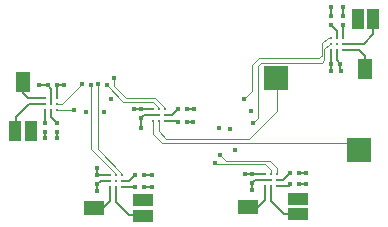
<source format=gtl>
G75*
%MOIN*%
%OFA0B0*%
%FSLAX25Y25*%
%IPPOS*%
%LPD*%
%AMOC8*
5,1,8,0,0,1.08239X$1,22.5*
%
%ADD10C,0.00984*%
%ADD11R,0.05118X0.07087*%
%ADD12R,0.03937X0.07087*%
%ADD13R,0.01700X0.01700*%
%ADD14R,0.07087X0.05118*%
%ADD15R,0.07087X0.03937*%
%ADD16R,0.07874X0.07874*%
%ADD17C,0.00787*%
%ADD18C,0.01587*%
%ADD19C,0.00394*%
D10*
X0070291Y0099031D03*
X0072260Y0099031D03*
X0074228Y0099031D03*
X0074228Y0101000D03*
X0072260Y0101000D03*
X0072260Y0102969D03*
X0074228Y0102969D03*
X0070291Y0102969D03*
X0070291Y0101000D03*
X0084465Y0121079D03*
X0086433Y0121079D03*
X0086433Y0123047D03*
X0084465Y0123047D03*
X0084465Y0125016D03*
X0086433Y0125016D03*
X0088402Y0125016D03*
X0088402Y0123047D03*
X0088402Y0121079D03*
X0121866Y0103362D03*
X0121866Y0101394D03*
X0123835Y0101394D03*
X0125803Y0101394D03*
X0125803Y0103362D03*
X0123835Y0103362D03*
X0123835Y0099425D03*
X0125803Y0099425D03*
X0121866Y0099425D03*
X0143913Y0144701D03*
X0143913Y0146669D03*
X0143913Y0148638D03*
X0145882Y0148638D03*
X0147850Y0148638D03*
X0147850Y0146669D03*
X0145882Y0146669D03*
X0145882Y0144701D03*
X0147850Y0144701D03*
X0052575Y0128559D03*
X0052575Y0126591D03*
X0050606Y0126591D03*
X0050606Y0128559D03*
X0048638Y0128559D03*
X0048638Y0126591D03*
X0048638Y0124622D03*
X0050606Y0124622D03*
X0052575Y0124622D03*
D11*
X0041157Y0134071D03*
X0155331Y0138402D03*
D12*
X0157890Y0154937D03*
X0152772Y0154937D03*
X0043717Y0117535D03*
X0038598Y0117535D03*
D13*
X0048638Y0117167D03*
X0048638Y0120267D03*
X0052575Y0120267D03*
X0052575Y0117167D03*
X0052550Y0132890D03*
X0049450Y0132890D03*
X0080528Y0124991D03*
X0080528Y0121891D03*
X0092757Y0120685D03*
X0095857Y0120685D03*
X0095857Y0125016D03*
X0092757Y0125016D03*
X0081684Y0102969D03*
X0078584Y0102969D03*
X0078584Y0099031D03*
X0081684Y0099031D03*
X0065961Y0099844D03*
X0065961Y0102944D03*
X0117535Y0103337D03*
X0117535Y0100237D03*
X0130159Y0099819D03*
X0133259Y0099819D03*
X0133259Y0103756D03*
X0130159Y0103756D03*
X0143938Y0139976D03*
X0147038Y0139976D03*
X0147850Y0152993D03*
X0147850Y0156093D03*
X0143913Y0156093D03*
X0143913Y0152993D03*
D14*
X0116354Y0092339D03*
X0064780Y0091945D03*
D15*
X0081315Y0089386D03*
X0081315Y0094504D03*
X0132890Y0094898D03*
X0132890Y0089780D03*
D16*
X0153362Y0111236D03*
X0125409Y0135252D03*
D17*
X0143913Y0137614D02*
X0143938Y0137639D01*
X0143938Y0139976D01*
X0143938Y0144676D01*
X0143913Y0144701D01*
X0145882Y0144701D02*
X0145882Y0141133D01*
X0147038Y0139976D01*
X0147038Y0137639D01*
X0147063Y0137614D01*
X0147850Y0144701D02*
X0153362Y0144701D01*
X0155331Y0142732D01*
X0155331Y0138402D01*
X0154740Y0146669D02*
X0147850Y0146669D01*
X0147850Y0148638D02*
X0147850Y0152993D01*
X0145882Y0151025D02*
X0143913Y0152993D01*
X0145882Y0151025D02*
X0145882Y0148638D01*
X0147850Y0156093D02*
X0147850Y0158874D01*
X0143913Y0158874D02*
X0143913Y0156093D01*
X0154740Y0146669D02*
X0157890Y0149819D01*
X0157890Y0154150D01*
X0098244Y0125016D02*
X0095857Y0125016D01*
X0092757Y0125016D02*
X0090789Y0123047D01*
X0088402Y0123047D01*
X0088402Y0121079D02*
X0092363Y0121079D01*
X0092757Y0120685D01*
X0095857Y0120685D02*
X0097850Y0120685D01*
X0086433Y0123047D02*
X0084465Y0123047D01*
X0081684Y0123047D01*
X0080528Y0121891D01*
X0080528Y0118717D01*
X0080528Y0124991D02*
X0080503Y0125016D01*
X0078165Y0125016D01*
X0080528Y0124991D02*
X0080552Y0125016D01*
X0084465Y0125016D01*
X0065961Y0105331D02*
X0065961Y0102944D01*
X0070267Y0102944D01*
X0070291Y0102969D01*
X0070291Y0101000D02*
X0067117Y0101000D01*
X0065961Y0099844D01*
X0065961Y0097457D01*
X0070291Y0099031D02*
X0070291Y0094307D01*
X0068323Y0092339D01*
X0065173Y0092339D01*
X0064780Y0091945D01*
X0072260Y0093913D02*
X0072260Y0099031D01*
X0074228Y0099031D02*
X0078584Y0099031D01*
X0076615Y0101000D02*
X0078584Y0102969D01*
X0076615Y0101000D02*
X0074228Y0101000D01*
X0072260Y0093913D02*
X0076591Y0089583D01*
X0081118Y0089583D01*
X0081315Y0089386D01*
X0081684Y0099031D02*
X0084071Y0099031D01*
X0084071Y0102969D02*
X0081684Y0102969D01*
X0052575Y0115173D02*
X0052575Y0117167D01*
X0052575Y0120267D02*
X0050606Y0122235D01*
X0050606Y0124622D01*
X0048638Y0124622D02*
X0048638Y0120267D01*
X0048638Y0117167D02*
X0048638Y0115173D01*
X0038795Y0117732D02*
X0038598Y0117535D01*
X0038795Y0117732D02*
X0038795Y0122260D01*
X0043126Y0126591D01*
X0048638Y0126591D01*
X0048638Y0128559D02*
X0042732Y0128559D01*
X0041157Y0130134D01*
X0041157Y0134071D01*
X0046669Y0132890D02*
X0049450Y0132890D01*
X0050606Y0131733D01*
X0050606Y0128559D01*
X0050606Y0126591D01*
X0052575Y0128559D02*
X0052550Y0128584D01*
X0052550Y0132890D01*
X0054937Y0132890D01*
X0115173Y0103362D02*
X0115198Y0103337D01*
X0117535Y0103337D01*
X0117560Y0103362D01*
X0121866Y0103362D01*
X0121866Y0101394D02*
X0118692Y0101394D01*
X0117535Y0100237D01*
X0117535Y0097850D01*
X0121866Y0099425D02*
X0121866Y0094701D01*
X0119504Y0092339D01*
X0116354Y0092339D01*
X0123835Y0094307D02*
X0123835Y0099425D01*
X0125803Y0099425D02*
X0129765Y0099425D01*
X0130159Y0099819D01*
X0127796Y0101394D02*
X0130159Y0103756D01*
X0133259Y0103756D02*
X0135646Y0103756D01*
X0135646Y0099819D02*
X0133259Y0099819D01*
X0127796Y0101394D02*
X0125803Y0101394D01*
X0123835Y0101394D02*
X0121866Y0101394D01*
X0123835Y0094307D02*
X0128165Y0089976D01*
X0132693Y0089976D01*
X0132890Y0089780D01*
D18*
X0135646Y0099819D03*
X0135646Y0103756D03*
X0117535Y0097850D03*
X0115173Y0103362D03*
X0112024Y0111362D03*
X0106906Y0109661D03*
X0105331Y0106906D03*
X0110055Y0118433D03*
X0106512Y0118717D03*
X0097850Y0120685D03*
X0098244Y0125016D03*
X0114780Y0128165D03*
X0117142Y0124228D03*
X0117929Y0120291D03*
X0143913Y0137614D03*
X0147063Y0137614D03*
X0147850Y0158874D03*
X0143913Y0158874D03*
X0078165Y0125016D03*
X0080528Y0118717D03*
X0070685Y0128165D03*
X0068237Y0123835D03*
X0062110Y0123835D03*
X0058087Y0124622D03*
X0054937Y0132890D03*
X0060843Y0133283D03*
X0063992Y0132890D03*
X0066078Y0133283D03*
X0069110Y0132890D03*
X0071472Y0135252D03*
X0046669Y0132890D03*
X0048638Y0115173D03*
X0052575Y0115173D03*
X0065961Y0105331D03*
X0065961Y0097457D03*
X0084071Y0099031D03*
X0084071Y0102969D03*
D19*
X0074228Y0102969D02*
X0074228Y0103374D01*
X0066078Y0111525D01*
X0066078Y0133283D01*
X0063992Y0132890D02*
X0063992Y0111642D01*
X0072260Y0103374D01*
X0072260Y0102969D01*
X0084465Y0116748D02*
X0087614Y0113598D01*
X0151000Y0113598D01*
X0153362Y0111236D01*
X0125803Y0105331D02*
X0125803Y0103362D01*
X0123835Y0103362D02*
X0123835Y0104549D01*
X0121872Y0106512D01*
X0105724Y0106512D01*
X0105331Y0106906D01*
X0106906Y0109661D02*
X0108868Y0107699D01*
X0123435Y0107699D01*
X0125803Y0105331D01*
X0116525Y0114950D02*
X0089019Y0114950D01*
X0086433Y0117535D01*
X0086433Y0121079D01*
X0084465Y0121079D02*
X0084465Y0116748D01*
X0086433Y0125016D02*
X0086433Y0125421D01*
X0084476Y0127378D01*
X0074622Y0127378D01*
X0069110Y0132890D01*
X0071472Y0132496D02*
X0075409Y0128559D01*
X0085264Y0128559D01*
X0088402Y0125421D01*
X0088402Y0125016D01*
X0071472Y0132496D02*
X0071472Y0135252D01*
X0060843Y0133283D02*
X0054150Y0126591D01*
X0052575Y0126591D01*
X0052575Y0124622D02*
X0058087Y0124622D01*
X0058480Y0124622D01*
X0114780Y0128165D02*
X0117535Y0130921D01*
X0117535Y0139583D01*
X0119898Y0141945D01*
X0140024Y0141945D01*
X0140615Y0142535D01*
X0140788Y0142708D01*
X0140961Y0142881D01*
X0140961Y0146866D01*
X0142732Y0148638D01*
X0143913Y0148638D01*
X0143913Y0146669D02*
X0143505Y0146669D01*
X0141704Y0144868D01*
X0141704Y0141311D01*
X0140764Y0140370D01*
X0120685Y0140370D01*
X0119504Y0139189D01*
X0119504Y0121866D01*
X0117929Y0120291D01*
X0116525Y0114950D02*
X0125803Y0124228D01*
X0125803Y0136039D01*
X0125803Y0135646D01*
X0125409Y0135252D01*
X0125803Y0136039D02*
X0125803Y0136433D01*
X0154937Y0138795D02*
X0155331Y0138402D01*
X0157890Y0154150D02*
X0157890Y0154937D01*
M02*

</source>
